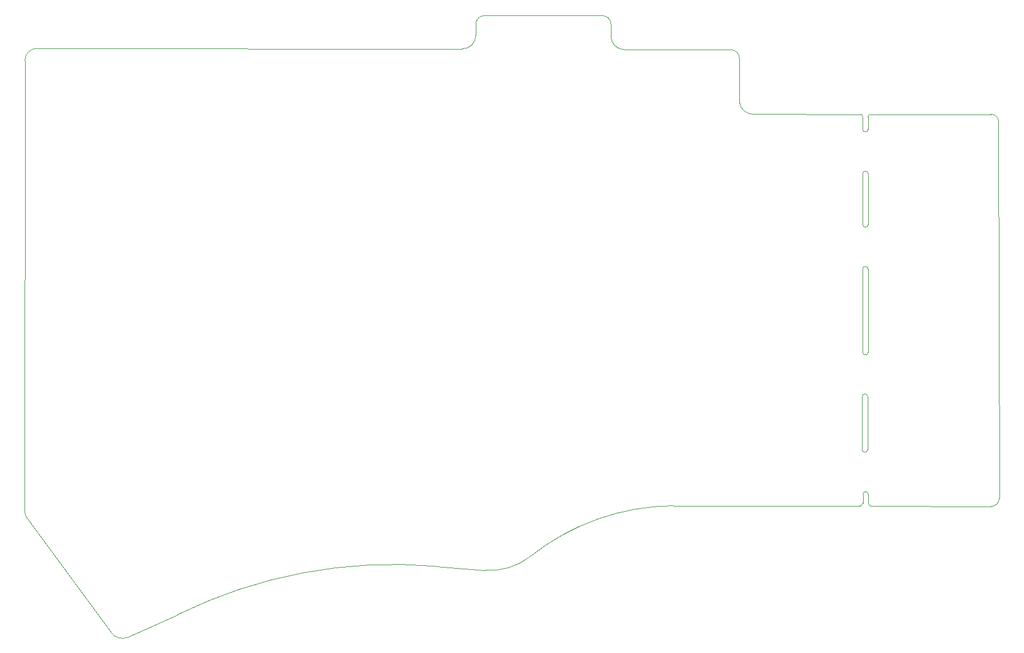
<source format=gm1>
%TF.GenerationSoftware,KiCad,Pcbnew,6.0.2+dfsg-1*%
%TF.CreationDate,2023-08-25T19:40:09+02:00*%
%TF.ProjectId,max,6d61782e-6b69-4636-9164-5f7063625858,rev1.0*%
%TF.SameCoordinates,Original*%
%TF.FileFunction,Profile,NP*%
%FSLAX46Y46*%
G04 Gerber Fmt 4.6, Leading zero omitted, Abs format (unit mm)*
G04 Created by KiCad (PCBNEW 6.0.2+dfsg-1) date 2023-08-25 19:40:09*
%MOMM*%
%LPD*%
G01*
G04 APERTURE LIST*
%TA.AperFunction,Profile*%
%ADD10C,0.100000*%
%TD*%
G04 APERTURE END LIST*
D10*
X155998557Y-42065328D02*
G75*
G03*
X154632918Y-40774523I-1292500J376D01*
G01*
X70803519Y-45629708D02*
G75*
G03*
X69003519Y-47496039I5J-1801184D01*
G01*
X175070680Y-47134214D02*
G75*
G03*
X173705042Y-45843409I-1293046J-202D01*
G01*
X165280000Y-113600000D02*
X192977802Y-113606932D01*
X69345956Y-115487896D02*
X81830001Y-132449999D01*
X137280000Y-123175000D02*
G75*
G03*
X144030000Y-121125000I764680J9619956D01*
G01*
X133926933Y-45720000D02*
X70803519Y-45629709D01*
X194187708Y-113269531D02*
G75*
G03*
X194596440Y-113669378I511812J114355D01*
G01*
X155985589Y-43834325D02*
X155998557Y-42065328D01*
X135928891Y-42064087D02*
X135926933Y-43720000D01*
X193346290Y-71811092D02*
X193347278Y-64277479D01*
X193377649Y-113198200D02*
X193377649Y-111919938D01*
X193346290Y-71811092D02*
G75*
G03*
X194146290Y-71811092I400000J0D01*
G01*
X194147278Y-78437893D02*
G75*
G03*
X193347278Y-78437893I-400000J0D01*
G01*
X193272474Y-105267191D02*
X193276766Y-97383082D01*
X68980000Y-114400000D02*
G75*
G03*
X69345956Y-115487896I1799996J-1D01*
G01*
X175070681Y-53653653D02*
X175070681Y-47134214D01*
X194147278Y-64277479D02*
G75*
G03*
X193347278Y-64277479I-400000J0D01*
G01*
X137294530Y-40773282D02*
G75*
G03*
X135928891Y-42064087I-73139J-1290429D01*
G01*
X213519192Y-56598155D02*
G75*
G03*
X212355941Y-55435726I-1085161J77323D01*
G01*
X193272474Y-105267191D02*
G75*
G03*
X194072474Y-105267191I400000J0D01*
G01*
X155985589Y-43834325D02*
G75*
G03*
X157985589Y-45834325I1999999J-1D01*
G01*
X194402959Y-55435889D02*
G75*
G03*
X194145543Y-55826687I114657J-355702D01*
G01*
X212378320Y-113689765D02*
G75*
G03*
X213619160Y-112494286I79326J1159364D01*
G01*
X68980000Y-113200000D02*
X68980000Y-114400000D01*
X193332811Y-55826687D02*
G75*
G03*
X193075396Y-55435890I-372041J35116D01*
G01*
X137280000Y-123175000D02*
X129980000Y-122600001D01*
X194147278Y-90801527D02*
X194147278Y-78437893D01*
X84266132Y-133121447D02*
X91650601Y-129800000D01*
X133926933Y-45720000D02*
G75*
G03*
X135926933Y-43720000I1J1999999D01*
G01*
X194146290Y-71811092D02*
X194147278Y-64277479D01*
X194402959Y-55435890D02*
X212355941Y-55435726D01*
X213619160Y-112494286D02*
X213519192Y-56598155D01*
X194186133Y-111919937D02*
G75*
G03*
X193377649Y-111919938I-404242J-2D01*
G01*
X194072474Y-105267191D02*
X194076766Y-97383082D01*
X193338554Y-57638406D02*
G75*
G03*
X194147036Y-57638407I404241J26D01*
G01*
X194076766Y-97383082D02*
G75*
G03*
X193276766Y-97383082I-400000J0D01*
G01*
X194187708Y-113269531D02*
X194186132Y-111919937D01*
X193338553Y-57638406D02*
X193332812Y-55826687D01*
X154632918Y-40774523D02*
X137294530Y-40773282D01*
X192977802Y-113606932D02*
G75*
G03*
X193377649Y-113198200I-114355J511812D01*
G01*
X177069125Y-55429146D02*
X193075396Y-55435890D01*
X165280000Y-113600001D02*
G75*
G03*
X144030000Y-121125000I272751J-34536884D01*
G01*
X194596440Y-113669378D02*
X212378320Y-113689766D01*
X173705042Y-45843409D02*
X157985589Y-45834325D01*
X193347278Y-90801527D02*
X193347278Y-78437893D01*
X69003519Y-47496039D02*
X68980000Y-113200000D01*
X175070681Y-53653653D02*
G75*
G03*
X177069125Y-55429146I1998447J236952D01*
G01*
X81830002Y-132449998D02*
G75*
G03*
X84266132Y-133121447I1599999J1049999D01*
G01*
X194147036Y-57638407D02*
X194145543Y-55826687D01*
X193347278Y-90801527D02*
G75*
G03*
X194147278Y-90801527I400000J0D01*
G01*
X129980000Y-122600001D02*
G75*
G03*
X91650601Y-129800000I-6323930J-71958200D01*
G01*
M02*

</source>
